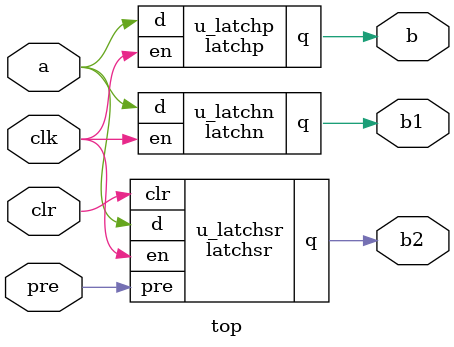
<source format=v>
module latchp
    ( input d, en, output reg q );
	always @*
		if ( en )
			q <= d;
endmodule

module latchn
    ( input d, en, output reg q );
	always @*
		if ( !en )
			q <= d;
endmodule

module latchsr
    ( input d, en, clr, pre, output reg q );
	always @*
		if ( clr )
			q <= 1'b0;
		else if ( pre )
			q <= 1'b1;
		else if ( en )
			q <= d;
endmodule


module top (
input clk,
input clr,
input pre,
input a,
output b,b1,b2
);


latchp u_latchp (
        .en (clk ),
        .d (a ),
        .q (b )
    );


latchn u_latchn (
        .en (clk ),
        .d (a ),
        .q (b1 )
    );


latchsr u_latchsr (
        .en (clk ),
        .clr (clr),
        .pre (pre),
        .d (a ),
        .q (b2 )
    );

endmodule

</source>
